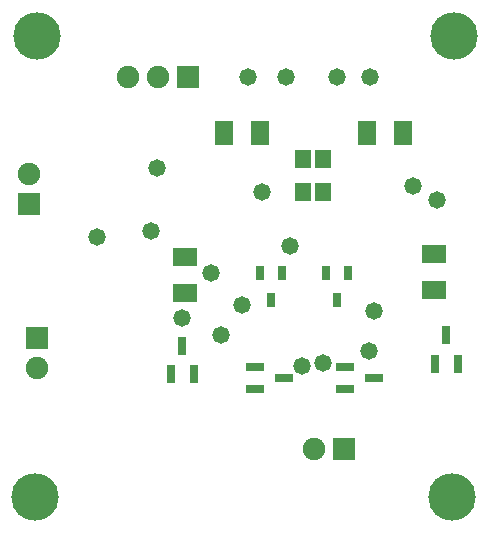
<source format=gbr>
%TF.GenerationSoftware,Altium Limited,Altium Designer,23.6.0 (18)*%
G04 Layer_Color=8388736*
%FSLAX45Y45*%
%MOMM*%
%TF.SameCoordinates,CF38A103-D8AE-499C-B0C4-B378558345B8*%
%TF.FilePolarity,Negative*%
%TF.FileFunction,Soldermask,Top*%
%TF.Part,Single*%
G01*
G75*
%TA.AperFunction,SMDPad,CuDef*%
%ADD29R,1.40320X1.60320*%
%ADD30R,1.55320X2.05320*%
%ADD31R,2.05320X1.55320*%
%ADD32R,0.80320X1.25320*%
%ADD33R,1.55320X0.80320*%
%ADD34R,0.80320X1.55320*%
%TA.AperFunction,ViaPad*%
%ADD35C,4.01320*%
%TA.AperFunction,ComponentPad*%
%ADD36R,1.90320X1.90320*%
%ADD37C,1.90320*%
%ADD38R,1.90320X1.90320*%
%TA.AperFunction,ViaPad*%
%ADD39C,1.47320*%
D29*
X5596800Y11303000D02*
D03*
X5426800D02*
D03*
X5596800Y11023601D02*
D03*
X5426800D02*
D03*
D30*
X6273900Y11528083D02*
D03*
X5968900D02*
D03*
X5067400D02*
D03*
X4762400D02*
D03*
D31*
X6540500Y10198000D02*
D03*
Y10503000D02*
D03*
X4432300Y10172600D02*
D03*
Y10477600D02*
D03*
D32*
X5156200Y10108500D02*
D03*
X5061200Y10338500D02*
D03*
X5251200D02*
D03*
X5715000Y10109200D02*
D03*
X5620000Y10339200D02*
D03*
X5810000D02*
D03*
D33*
X5263500Y9448800D02*
D03*
X5023500Y9353800D02*
D03*
Y9543800D02*
D03*
X6025500Y9448800D02*
D03*
X5785500Y9353800D02*
D03*
Y9543800D02*
D03*
D34*
X4406900Y9721200D02*
D03*
X4501900Y9481200D02*
D03*
X4311900D02*
D03*
X6642100Y9810100D02*
D03*
X6737100Y9570100D02*
D03*
X6547100D02*
D03*
D35*
X6705600Y12344400D02*
D03*
X6692900Y8445500D02*
D03*
X3162300D02*
D03*
X3175000Y12344400D02*
D03*
D36*
X5778500Y8851900D02*
D03*
X4457700Y12001500D02*
D03*
D37*
X5524500Y8851900D02*
D03*
X3111500Y11176000D02*
D03*
X3949700Y12001500D02*
D03*
X4203700D02*
D03*
X3175000Y9537700D02*
D03*
D38*
X3111500Y10922000D02*
D03*
X3175000Y9791700D02*
D03*
D39*
X6362700Y11074400D02*
D03*
X5321300Y10566400D02*
D03*
X5080000Y11023600D02*
D03*
X5994400Y12001500D02*
D03*
X5715000D02*
D03*
X5283200D02*
D03*
X4965700D02*
D03*
X4648200Y10337800D02*
D03*
X6031900Y10013129D02*
D03*
X5985420Y9681120D02*
D03*
X5422900Y9550400D02*
D03*
X5600700Y9575800D02*
D03*
X3683000Y10642600D02*
D03*
X4910599Y10067885D02*
D03*
X4191000Y11226800D02*
D03*
X4140200Y10693400D02*
D03*
X6565900Y10960100D02*
D03*
X4737100Y9817100D02*
D03*
X4406900Y9956800D02*
D03*
%TF.MD5,9c94636b74757ce4c9c19581a6470b9a*%
M02*

</source>
